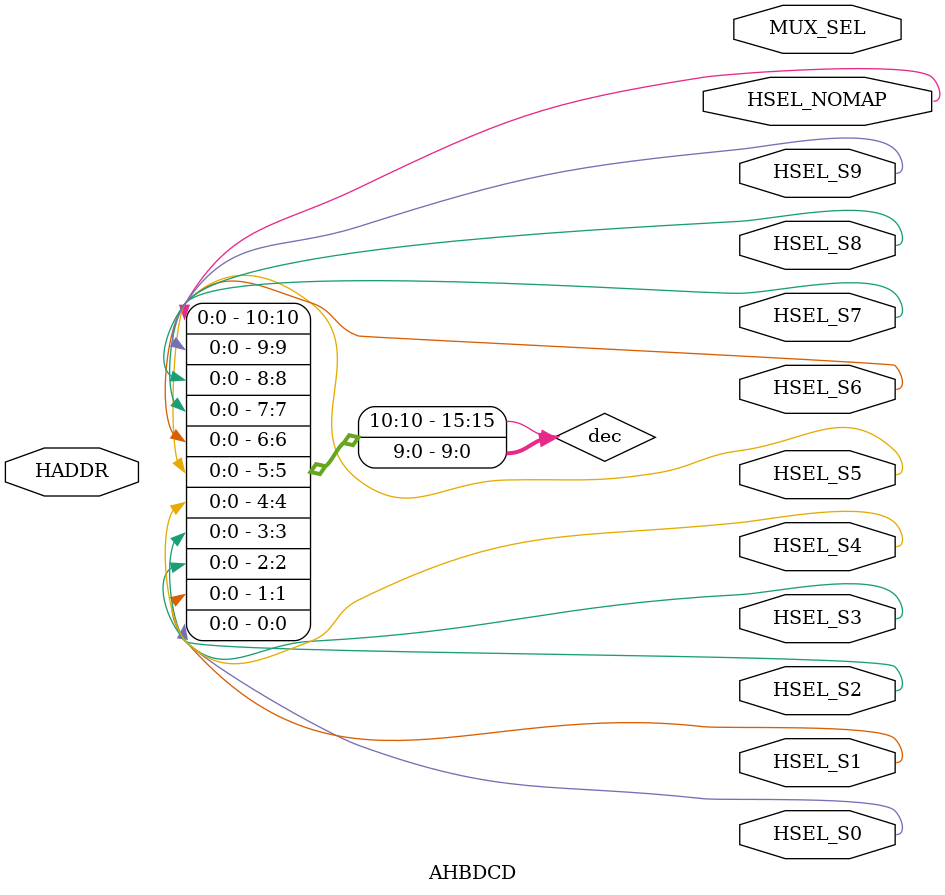
<source format=v>
 

module AHBDCD(
  input wire [31:0] HADDR,
  
  output wire HSEL_S0,
  output wire HSEL_S1,
  output wire HSEL_S2,
  output wire HSEL_S3,
  output wire HSEL_S4,
  output wire HSEL_S5,
  output wire HSEL_S6,
  output wire HSEL_S7,
  output wire HSEL_S8,
  output wire HSEL_S9,
  output wire HSEL_NOMAP,
  
  output reg [3:0] MUX_SEL
    );

reg [15:0] dec;

//REFER CM0-DS REFERENC MANUAL FOR RAM & PERIPHERAL MEMORY MAP
//									//MEMORY MAP --> START ADDR 		END ADDR 	SIZE 
assign HSEL_S0 = dec[0];   //MEMORY MAP --> 0x0000_0000 to 0x00FF_FFFF  16MB
assign HSEL_S1 = dec[1];   //MEMORY MAP --> 0x5000_0000 to 0x50FF_FFFF  16MB	
assign HSEL_S2 = dec[2];   //MEMORY MAP --> 0x5100_0000 to 0x51FF_FFFF  16MB
assign HSEL_S3 = dec[3];   //MEMORY MAP --> 0x5200_0000 to 0x52FF_FFFF  16MB
assign HSEL_S4 = dec[4];   //MEMORY MAP --> 0x5300_0000 to 0x53FF_FFFF  16MB
assign HSEL_S5 = dec[5];   //MEMORY MAP --> 0x5400_0000 to 0x54FF_FFFF  16MB
assign HSEL_S6 = dec[6];   //MEMORY MAP --> 0x5500_0000 to 0x55FF_FFFF  16MB
assign HSEL_S7 = dec[7];   //MEMORY MAP --> 0x5600_0000 to 0x56FF_FFFF  16MB
assign HSEL_S8 = dec[8];   //MEMORY MAP --> 0x5700_0000 to 0x57FF_FFFF  16MB
assign HSEL_S9 = dec[9];   //MEMORY MAP --> 0x5800_0000 to 0x58FF_FFFF  16MB
assign HSEL_NOMAP = dec[15]; //REST OF REGION NOT COVERED ABOVE
    
always@*
begin

  case(HADDR[31:24])
    //MEMORY MAP --> 0x0000_0000 to 0x00FF_FFFF  16MB

    //MEMORY MAP --> 0x5000_0000 to 0x50FF_FFFF  16MB 

    //MEMORY MAP --> 0x5100_0000 to 0x51FF_FFFF  16MB

    //MEMORY MAP --> 0x5200_0000 to 0x52FF_FFFF  16MB

    //MEMORY MAP --> 0x5300_0000 to 0x53FF_FFFF  16MB 

    //MEMORY MAP --> 0x5400_0000 to 0x54FF_FFFF  16MB  

	//MEMORY MAP --> 0x5500_0000 to 0x55FF_FFFF  16MB 

    //MEMORY MAP --> 0x5600_0000 to 0x56FF_FFFF  16MB 

	//MEMORY MAP --> 0x5700_0000 to 0x57FF_FFFF  16MB

	//MEMORY MAP --> 0x5800_0000 to 0x58FF_FFFF  16MB 

  endcase
end

endmodule

</source>
